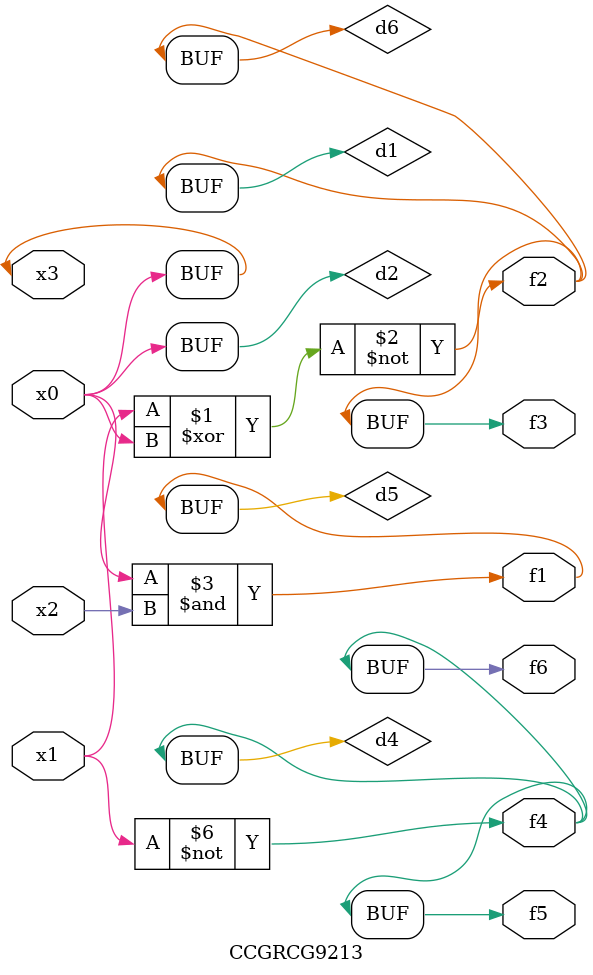
<source format=v>
module CCGRCG9213(
	input x0, x1, x2, x3,
	output f1, f2, f3, f4, f5, f6
);

	wire d1, d2, d3, d4, d5, d6;

	xnor (d1, x1, x3);
	buf (d2, x0, x3);
	nand (d3, x0, x2);
	not (d4, x1);
	nand (d5, d3);
	or (d6, d1);
	assign f1 = d5;
	assign f2 = d6;
	assign f3 = d6;
	assign f4 = d4;
	assign f5 = d4;
	assign f6 = d4;
endmodule

</source>
